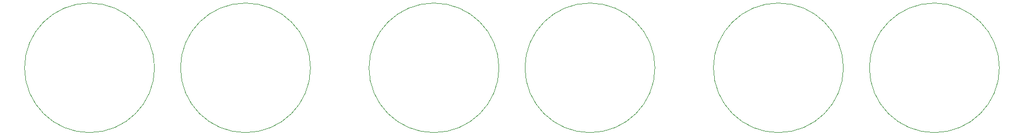
<source format=gbr>
G04 #@! TF.GenerationSoftware,KiCad,Pcbnew,8.0.5+1*
G04 #@! TF.CreationDate,2024-11-03T00:00:47+00:00*
G04 #@! TF.ProjectId,nixie_clock,6e697869-655f-4636-9c6f-636b2e6b6963,rev?*
G04 #@! TF.SameCoordinates,Original*
G04 #@! TF.FileFunction,Other,User*
%FSLAX46Y46*%
G04 Gerber Fmt 4.6, Leading zero omitted, Abs format (unit mm)*
G04 Created by KiCad (PCBNEW 8.0.5+1) date 2024-11-03 00:00:47*
%MOMM*%
%LPD*%
G01*
G04 APERTURE LIST*
%ADD10C,0.050000*%
G04 APERTURE END LIST*
D10*
G04 #@! TO.C,V4*
X194000000Y-100000000D02*
G75*
G02*
X174000000Y-100000000I-10000000J0D01*
G01*
X174000000Y-100000000D02*
G75*
G02*
X194000000Y-100000000I10000000J0D01*
G01*
G04 #@! TO.C,V5*
X218000000Y-100000000D02*
G75*
G02*
X198000000Y-100000000I-10000000J0D01*
G01*
X198000000Y-100000000D02*
G75*
G02*
X218000000Y-100000000I10000000J0D01*
G01*
G04 #@! TO.C,V2*
X112000000Y-100000000D02*
G75*
G02*
X92000000Y-100000000I-10000000J0D01*
G01*
X92000000Y-100000000D02*
G75*
G02*
X112000000Y-100000000I10000000J0D01*
G01*
G04 #@! TO.C,V6*
X88000000Y-100000000D02*
G75*
G02*
X68000000Y-100000000I-10000000J0D01*
G01*
X68000000Y-100000000D02*
G75*
G02*
X88000000Y-100000000I10000000J0D01*
G01*
G04 #@! TO.C,V1*
X165000000Y-100000000D02*
G75*
G02*
X145000000Y-100000000I-10000000J0D01*
G01*
X145000000Y-100000000D02*
G75*
G02*
X165000000Y-100000000I10000000J0D01*
G01*
G04 #@! TO.C,V3*
X141000000Y-100000000D02*
G75*
G02*
X121000000Y-100000000I-10000000J0D01*
G01*
X121000000Y-100000000D02*
G75*
G02*
X141000000Y-100000000I10000000J0D01*
G01*
G04 #@! TD*
M02*

</source>
